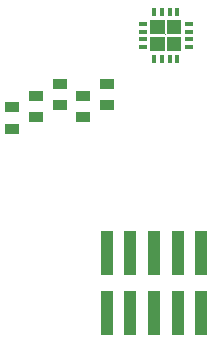
<source format=gbp>
%FSLAX44Y44*%
%MOMM*%
G71*
G01*
G75*
G04 Layer_Color=128*
%ADD10R,2.5000X6.0000*%
%ADD11R,6.9850X4.0000*%
%ADD12C,1.0000*%
%ADD13C,16.0000*%
%ADD14C,4.0000*%
%ADD15C,1.2700*%
%ADD16R,1.2192X0.8128*%
%ADD17R,1.0200X3.8000*%
%ADD18R,0.3556X0.7620*%
%ADD19R,0.7620X0.3556*%
%ADD20R,2.7940X2.7940*%
%ADD21C,0.2540*%
%ADD22R,2.7032X6.2032*%
%ADD23R,7.1882X4.2032*%
%ADD24C,16.2032*%
%ADD25C,4.2032*%
%ADD26C,1.4732*%
%ADD27R,1.4224X1.0160*%
%ADD28R,1.1200X3.9000*%
%ADD29R,0.5588X0.9652*%
%ADD30R,0.9652X0.5588*%
%ADD31R,2.9972X2.9972*%
%ADD32R,0.0254X0.0254*%
G36*
X422970Y1467030D02*
X411000D01*
Y1479000D01*
X422970D01*
Y1467030D01*
D02*
G37*
G36*
X409000D02*
X397030D01*
Y1479000D01*
X409000D01*
Y1467030D01*
D02*
G37*
G36*
X422970Y1481000D02*
X411000D01*
Y1492970D01*
X422970D01*
Y1481000D01*
D02*
G37*
G36*
X409000D02*
X397030D01*
Y1492970D01*
X409000D01*
Y1481000D01*
D02*
G37*
D16*
X280000Y1419000D02*
D03*
Y1400856D02*
D03*
X360000Y1439000D02*
D03*
Y1420856D02*
D03*
X340000Y1429000D02*
D03*
Y1410856D02*
D03*
X320000Y1439000D02*
D03*
Y1420856D02*
D03*
X300000Y1429000D02*
D03*
Y1410856D02*
D03*
D17*
X360000Y1295350D02*
D03*
Y1244650D02*
D03*
X380000Y1295350D02*
D03*
Y1244650D02*
D03*
X400000Y1295350D02*
D03*
Y1244650D02*
D03*
X420000Y1295350D02*
D03*
Y1244650D02*
D03*
X440000Y1295350D02*
D03*
Y1244650D02*
D03*
D18*
X419750Y1460315D02*
D03*
X413250D02*
D03*
X406750D02*
D03*
X400250D02*
D03*
Y1499685D02*
D03*
X406750D02*
D03*
X413250D02*
D03*
X419750D02*
D03*
D19*
X390315Y1470250D02*
D03*
Y1476750D02*
D03*
Y1483250D02*
D03*
Y1489750D02*
D03*
X429685D02*
D03*
Y1483250D02*
D03*
Y1476750D02*
D03*
Y1470250D02*
D03*
D32*
X410000Y1480000D02*
D03*
M02*

</source>
